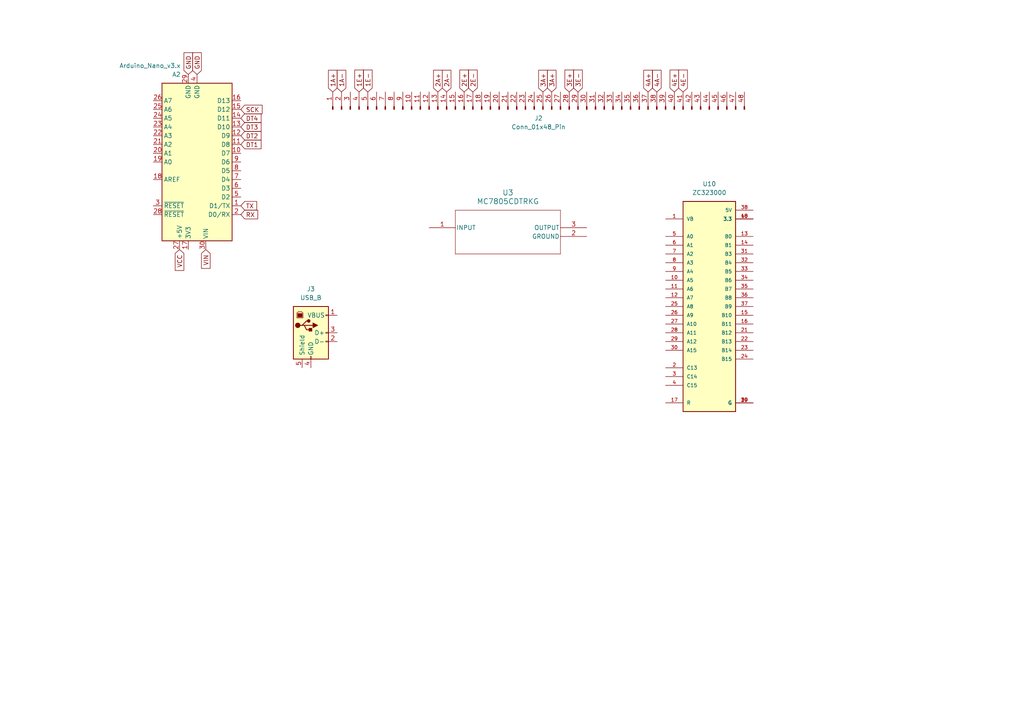
<source format=kicad_sch>
(kicad_sch (version 20231120) (generator "eeschema") (generator_version "8.0")
  (paper "A4")
  (junction (at -26.035 -73.025))
  (junction (at 448.31 -107.95))
  (junction (at 113.03 -88.265))
  (junction (at 400.685 -76.2))
  (junction (at 129.6616 -99.695))
  (junction (at 258.445 -56.515))
  (junction (at 272.415 -88.265))
  (junction (at 132.715 -106.045))
  (junction (at 417.83 -76.2))
  (junction (at 469.9 -80.6547))
  (junction (at 81.915 -64.135))
  (junction (at 267.97 -88.265))
  (junction (at 309.245 -78.7497))
  (junction (at 265.43 -46.99))
  (junction (at 433.07 -90.17))
  (junction (at -69.215 -86.995))
  (junction (at -58.42 -89.535))
  (junction (at 236.855 -71.755))
  (junction (at -67.945 -57.785))
  (junction (at -17.145 -80.0197))
  (junction (at -69.215 -75.565))
  (junction (at 132.715 -99.695))
  (junction (at -41.275 -59.055))
  (junction (at 130.175 -57.785))
  (junction (at 287.655 -99.695))
  (junction (at -31.115 -48.895))
  (junction (at 257.175 -85.725))
  (junction (at 284.6016 -99.695))
  (junction (at -89.535 -73.025))
  (junction (at 140.335 -47.625))
  (junction (at 117.475 -88.265))
  (junction (at 300.355 -71.755))
  (junction (at 445.77 -59.69))
  (junction (at 417.83 -87.63))
  (junction (at 85.09 -74.295))
  (junction (at -38.735 -100.965))
  (junction (at 428.625 -90.17))
  (junction (at 81.915 -71.755))
  (junction (at 285.115 -57.785))
  (junction (at -38.735 -107.315))
  (junction (at 287.655 -106.045))
  (junction (at 110.49 -46.99))
  (junction (at 397.51 -66.04))
  (junction (at 145.415 -71.755))
  (junction (at -89.535 -65.405))
  (junction (at 154.305 -78.7497))
  (junction (at 445.2566 -101.6))
  (junction (at 448.31 -101.6))
  (junction (at 397.51 -73.66))
  (junction (at 295.275 -47.625))
  (junction (at 461.01 -73.66))
  (junction (at 102.235 -74.295))
  (junction (at 236.855 -64.135))
  (junction (at 257.175 -74.295))
  (junction (at 419.1 -58.42))
  (junction (at 455.93 -49.53))
  (junction (at -53.975 -89.535))
  (junction (at -86.36 -75.565))
  (junction (at 426.085 -48.895))
  (junction (at 103.505 -56.515))
  (junction (at 102.235 -85.725))
  (junction (at -41.7884 -100.965))
  (junction (at -60.96 -48.26))
  (junction (at 240.03 -74.295))
  (wire (pts (xy 264.795 -56.515) (xy 258.445 -56.515)))
  (wire (pts (xy -47.625 -48.895) (xy -53.975 -48.895)))
  (wire (pts (xy 260.35 -106.68) (xy 267.97 -106.68)))
  (wire (pts (xy 114.935 -71.755) (xy 114.935 -75.565)))
  (wire (pts (xy 267.97 -106.68) (xy 267.97 -88.265)))
  (wire (pts (xy 421.005 -108.585) (xy 428.625 -108.585)))
  (wire (pts (xy -112.395 -56.515) (xy -75.565 -56.515)))
  (wire (pts (xy 469.9 -107.95) (xy 469.9 -80.6547)))
  (wire (pts (xy 142.875 -85.725) (xy 165.735 -85.725)))
  (wire (pts (xy -13.335 -79.375) (xy -13.335 -116.205)))
  (wire (pts (xy -43.815 -99.695) (xy -43.815 -100.965)))
  (wire (pts (xy 102.235 -74.295) (xy 107.315 -74.295)))
  (wire (pts (xy 270.51 -67.945) (xy 272.415 -67.945)))
  (wire (pts (xy 477.52 -74.9362) (xy 504.3005 -74.9362)))
  (wire (pts (xy -66.675 -89.535) (xy -58.42 -89.535)))
  (wire (pts (xy 145.415 -75.565) (xy 145.415 -71.755)))
  (wire (pts (xy -112.395 -73.025) (xy -89.535 -73.025)))
  (wire (pts (xy 374.65 -73.66) (xy 397.51 -73.66)))
  (wire (pts (xy 262.255 -85.725) (xy 262.255 -74.295)))
  (wire (pts (xy 145.415 -71.755) (xy 150.495 -71.755)))
  (wire (pts (xy 445.2566 -101.6) (xy 448.31 -101.6)))
  (wire (pts (xy 313.055 -78.105) (xy 343.535 -78.105)))
  (wire (pts (xy 313.055 -78.105) (xy 313.055 -114.935)))
  (wire (pts (xy -56.515 -73.025) (xy -56.515 -76.835)))
  (wire (pts (xy 463.55 -49.53) (xy 463.55 -90.17)))
  (wire (pts (xy 258.445 -70.485) (xy 272.415 -70.485)))
  (wire (pts (xy 282.575 -99.695) (xy 284.6016 -99.695)))
  (wire (pts (xy -66.675 -86.995) (xy -66.675 -89.535)))
  (wire (pts (xy 132.715 -114.935) (xy 132.715 -106.045)))
  (wire (pts (xy 260.35 -109.22) (xy 284.6016 -109.22)))
  (wire (pts (xy 161.925 -83.185) (xy 161.925 -73.0312)))
  (wire (pts (xy 448.31 -101.6) (xy 448.31 -100.33)))
  (wire (pts (xy 213.995 -64.135) (xy 224.155 -64.135)))
  (wire (pts (xy 443.23 -101.6) (xy 445.2566 -101.6)))
  (wire (pts (xy -67.945 -57.785) (xy -67.945 -71.755)))
  (wire (pts (xy 374.65 -57.15) (xy 411.48 -57.15)))
  (wire (pts (xy 59.055 -64.135) (xy 69.215 -64.135)))
  (wire (pts (xy 431.165 -69.85) (xy 433.07 -69.85)))
  (wire (pts (xy 145.415 -106.045) (xy 154.305 -106.045)))
  (wire (pts (xy 258.445 -55.245) (xy 258.445 -56.515)))
  (wire (pts (xy 142.875 -75.565) (xy 145.415 -75.565)))
  (wire (pts (xy 461.01 -107.95) (xy 469.9 -107.95)))
  (wire (pts (xy 258.445 -56.515) (xy 258.445 -70.485)))
  (wire (pts (xy 270.51 -46.99) (xy 270.51 -67.945)))
  (wire (pts (xy 115.57 -46.99) (xy 110.49 -46.99)))
  (wire (pts (xy -26.035 -76.835) (xy -26.035 -73.025)))
  (wire (pts (xy 297.815 -85.725) (xy 320.675 -85.725)))
  (wire (pts (xy -86.36 -59.055) (xy -41.275 -59.055)))
  (wire (pts (xy 400.685 -59.69) (xy 445.77 -59.69)))
  (wire (pts (xy -73.025 -75.565) (xy -69.215 -75.565)))
  (wire (pts (xy 147.955 -47.625) (xy 147.955 -88.265)))
  (wire (pts (xy 297.815 -75.565) (xy 300.355 -75.565)))
  (wire (pts (xy 117.475 -62.865) (xy 117.475 -47.625)))
  (wire (pts (xy 117.475 -88.265) (xy 147.955 -88.265)))
  (wire (pts (xy 445.2566 -101.6) (xy 445.2566 -111.125)))
  (wire (pts (xy 257.175 -76.835) (xy 257.175 -74.295)))
  (wire (pts (xy 300.355 -75.565) (xy 300.355 -71.755)))
  (wire (pts (xy 85.09 -78.7122) (xy 85.09 -74.295)))
  (wire (pts (xy 132.715 -106.045) (xy 132.715 -99.695)))
  (wire (pts (xy -55.88 -48.26) (xy -60.96 -48.26)))
  (wire (pts (xy 59.055 -55.245) (xy 95.885 -55.245)))
  (wire (pts (xy 103.505 -56.515) (xy 103.505 -70.485)))
  (wire (pts (xy -69.215 -75.565) (xy -64.135 -75.565)))
  (wire (pts (xy 419.1 -48.26) (xy 419.1 -49.53)))
  (wire (pts (xy 419.1 -57.15) (xy 419.1 -58.42)))
  (wire (pts (xy 422.91 -87.63) (xy 422.91 -76.2)))
  (wire (pts (xy 239.2976 -78.74) (xy 239.2976 -74.295)))
  (wire (pts (xy 109.855 -56.515) (xy 103.505 -56.515)))
  (wire (pts (xy -9.525 -74.3012) (xy 17.2555 -74.3012)))
  (wire (pts (xy 461.01 -73.66) (xy 461.01 -69.85)))
  (wire (pts (xy -26.035 -69.215) (xy -28.575 -69.215)))
  (wire (pts (xy 411.48 -57.15) (xy 411.48 -40.64)))
  (wire (pts (xy 425.45 -58.42) (xy 419.1 -58.42)))
  (wire (pts (xy 469.9 -80.6547) (xy 466.09 -80.6547)))
  (wire (pts (xy 316.865 -73.0312) (xy 343.6455 -73.0312)))
  (wire (pts (xy 461.01 -77.47) (xy 461.01 -73.66)))
  (wire (pts (xy -89.535 -73.025) (xy -56.515 -73.025)))
  (wire (pts (xy 107.315 -85.725) (xy 107.315 -74.295)))
  (wire (pts (xy 132.715 -99.695) (xy 132.715 -98.425)))
  (wire (pts (xy -66.04 -107.95) (xy -58.42 -107.95)))
  (wire (pts (xy 292.735 -106.045) (xy 287.655 -106.045)))
  (wire (pts (xy 265.43 -48.895) (xy 264.795 -48.895)))
  (wire (pts (xy 145.415 -67.945) (xy 142.875 -67.945)))
  (wire (pts (xy 433.07 -99.695) (xy 433.07 -92.71)))
  (wire (pts (xy 473.71 -116.84) (xy 448.31 -116.84)))
  (wire (pts (xy 259.715 -85.725) (xy 259.715 -88.265)))
  (wire (pts (xy 158.115 -78.105) (xy 188.595 -78.105)))
  (wire (pts (xy 54.61 -109.22) (xy 54.61 -97.79)))
  (wire (pts (xy 272.415 -78.105) (xy 264.795 -78.105)))
  (wire (pts (xy 250.825 -55.245) (xy 250.825 -38.735)))
  (wire (pts (xy 264.795 -78.105) (xy 264.795 -64.135)))
  (wire (pts (xy 370.205 -111.125) (xy 370.205 -99.695)))
  (wire (pts (xy -66.675 -86.995) (xy -69.215 -86.995)))
  (wire (pts (xy 131.445 -47.625) (xy 140.335 -47.625)))
  (wire (pts (xy 213.995 -71.755) (xy 236.855 -71.755)))
  (wire (pts (xy 469.9 -72.3888) (xy 504.1141 -72.3888)))
  (wire (pts (xy 165.735 -85.725) (xy 165.735 -75.5712)))
  (wire (pts (xy 284.6016 -99.695) (xy 284.6016 -109.22)))
  (wire (pts (xy 154.305 -78.7497) (xy 150.495 -78.7497)))
  (wire (pts (xy 161.925 -73.0312) (xy 188.7055 -73.0312)))
  (wire (pts (xy 400.685 -80.6172) (xy 400.685 -76.2)))
  (wire (pts (xy -13.335 -79.375) (xy 17.145 -79.375)))
  (wire (pts (xy -13.335 -116.205) (xy -38.735 -116.205)))
  (wire (pts (xy 320.675 -85.725) (xy 320.675 -75.5712)))
  (wire (pts (xy -66.04 -110.49) (xy -41.7884 -110.49)))
  (wire (pts (xy -60.96 -50.165) (xy -61.595 -50.165)))
  (wire (pts (xy 81.915 -64.135) (xy 109.855 -64.135)))
  (wire (pts (xy 300.355 -67.945) (xy 297.815 -67.945)))
  (wire (pts (xy 302.895 -47.625) (xy 302.895 -88.265)))
  (wire (pts (xy -60.96 -48.26) (xy -60.96 -50.165)))
  (wire (pts (xy 477.52 -85.09) (xy 477.52 -74.9362)))
  (wire (pts (xy 320.675 -75.5712) (xy 343.6455 -75.5712)))
  (wire (pts (xy 154.305 -106.045) (xy 154.305 -78.7497)))
  (wire (pts (xy 117.475 -85.725) (xy 107.315 -85.725)))
  (wire (pts (xy 213.995 -55.245) (xy 250.825 -55.245)))
  (wire (pts (xy 105.41 -106.68) (xy 113.03 -106.68)))
  (wire (pts (xy 240.03 -74.295) (xy 240.03 -57.785)))
  (wire (pts (xy -61.595 -79.375) (xy -61.595 -65.405)))
  (wire (pts (xy 305.435 -78.7497) (xy 305.435 -71.755)))
  (wire (pts (xy 481.33 -87.63) (xy 481.33 -77.4762)))
  (wire (pts (xy -86.36 -75.565) (xy -80.645 -75.565)))
  (wire (pts (xy -69.215 -85.725) (xy -69.215 -86.995)))
  (wire (pts (xy 158.115 -114.935) (xy 132.715 -114.935)))
  (wire (pts (xy 417.83 -76.2) (xy 422.91 -76.2)))
  (wire (pts (xy -86.36 -75.565) (xy -86.36 -59.055)))
  (wire (pts (xy -53.975 -86.995) (xy -64.135 -86.995)))
  (wire (pts (xy 109.855 -78.105) (xy 109.855 -64.135)))
  (wire (pts (xy 150.495 -78.7497) (xy 150.495 -71.755)))
  (wire (pts (xy 473.71 -80.01) (xy 473.71 -116.84)))
  (wire (pts (xy 284.6016 -99.695) (xy 287.655 -99.695)))
  (wire (pts (xy 433.07 -87.63) (xy 422.91 -87.63)))
  (wire (pts (xy 240.03 -74.295) (xy 245.745 -74.295)))
  (wire (pts (xy 447.04 -49.53) (xy 455.93 -49.53)))
  (wire (pts (xy 110.49 -46.99) (xy 110.49 -38.735)))
  (wire (pts (xy -58.42 -89.535) (xy -53.975 -89.535)))
  (wire (pts (xy 240.03 -57.785) (xy 285.115 -57.785)))
  (wire (pts (xy 287.655 -106.045) (xy 287.655 -99.695)))
  (wire (pts (xy 431.165 -48.895) (xy 431.165 -69.85)))
  (wire (pts (xy 105.41 -109.22) (xy 129.6616 -109.22)))
  (wire (pts (xy 425.45 -80.01) (xy 425.45 -66.04)))
  (wire (pts (xy -55.88 -48.26) (xy -55.88 -69.215)))
  (wire (pts (xy 417.83 -78.74) (xy 417.83 -76.2)))
  (wire (pts (xy 374.7474 -80.6172) (xy 400.685 -80.6172)))
  (wire (pts (xy 461.01 -73.66) (xy 466.09 -73.66)))
  (wire (pts (xy 165.735 -75.5712) (xy 188.7055 -75.5712)))
  (wire (pts (xy 295.275 -57.785) (xy 285.115 -57.785)))
  (wire (pts (xy 103.505 -46.355) (xy 103.505 -47.625)))
  (wire (pts (xy 455.93 -59.69) (xy 445.77 -59.69)))
  (wire (pts (xy 426.085 -50.8) (xy 425.45 -50.8)))
  (wire (pts (xy 213.995 -46.355) (xy 258.445 -46.355)))
  (wire (pts (xy 300.355 -71.755) (xy 305.435 -71.755)))
  (wire (pts (xy 158.115 -78.105) (xy 158.115 -114.935)))
  (wire (pts (xy -112.2976 -79.9822) (xy -86.36 -79.9822)))
  (wire (pts (xy 272.415 -85.725) (xy 262.255 -85.725)))
  (wire (pts (xy 439.42 -49.53) (xy 433.07 -49.53)))
  (wire (pts (xy 231.775 -64.135) (xy 236.855 -64.135)))
  (wire (pts (xy 469.9 -80.6547) (xy 469.9 -72.3888)))
  (wire (pts (xy -23.495 -48.895) (xy -23.495 -89.535)))
  (wire (pts (xy 213.995 -85.725) (xy 257.175 -85.725)))
  (wire (pts (xy 433.07 -64.77) (xy 433.07 -49.53)))
  (wire (pts (xy 140.335 -47.625) (xy 140.335 -57.785)))
  (wire (pts (xy 137.795 -106.045) (xy 132.715 -106.045)))
  (wire (pts (xy 127.635 -99.695) (xy 129.6616 -99.695)))
  (wire (pts (xy -26.035 -73.025) (xy -26.035 -69.215)))
  (wire (pts (xy 400.685 -76.2) (xy 400.685 -59.69)))
  (wire (pts (xy 448.31 -116.84) (xy 448.31 -107.95)))
  (wire (pts (xy 117.475 -97.79) (xy 117.475 -90.805)))
  (wire (pts (xy -86.36 -79.9822) (xy -86.36 -75.565)))
  (wire (pts (xy 113.03 -106.68) (xy 113.03 -88.265)))
  (wire (pts (xy -67.945 -56.515) (xy -67.945 -57.785)))
  (wire (pts (xy 397.51 -73.66) (xy 430.53 -73.66)))
  (wire (pts (xy 117.475 -97.79) (xy 54.61 -97.79)))
  (wire (pts (xy -53.975 -64.135) (xy -53.975 -48.895)))
  (wire (pts (xy -28.575 -86.995) (xy -5.715 -86.995)))
  (wire (pts (xy 481.33 -77.4762) (xy 504.3005 -77.4762)))
  (wire (pts (xy 142.875 -83.185) (xy 161.925 -83.185)))
  (wire (pts (xy 458.47 -87.63) (xy 481.33 -87.63)))
  (wire (pts (xy -56.515 -76.835) (xy -53.975 -76.835)))
  (wire (pts (xy 104.775 -88.265) (xy 113.03 -88.265)))
  (wire (pts (xy 113.03 -88.265) (xy 117.475 -88.265)))
  (wire (pts (xy 392.43 -66.04) (xy 397.51 -66.04)))
  (wire (pts (xy -17.145 -71.7538) (xy 17.0691 -71.7538)))
  (wire (pts (xy 257.175 -74.295) (xy 262.255 -74.295)))
  (wire (pts (xy 278.765 -47.625) (xy 272.415 -47.625)))
  (wire (pts (xy 297.815 -83.185) (xy 316.865 -83.185)))
  (wire (pts (xy 455.93 -49.53) (xy 455.93 -59.69)))
  (wire (pts (xy 236.855 -71.755) (xy 269.875 -71.755)))
  (wire (pts (xy 265.43 -46.99) (xy 265.43 -38.735)))
  (wire (pts (xy -53.975 -89.535) (xy -23.495 -89.535)))
  (wire (pts (xy 453.39 -107.95) (xy 448.31 -107.95)))
  (wire (pts (xy -53.975 -99.06) (xy -53.975 -92.075)))
  (wire (pts (xy 117.475 -78.105) (xy 109.855 -78.105)))
  (wire (pts (xy 140.335 -57.785) (xy 130.175 -57.785)))
  (wire (pts (xy -69.215 -78.105) (xy -69.215 -75.565)))
  (wire (pts (xy -38.735 -107.315) (xy -38.735 -100.965)))
  (wire (pts (xy -28.575 -84.455) (xy -9.525 -84.455)))
  (wire (pts (xy -67.945 -47.625) (xy -67.945 -48.895)))
  (wire (pts (xy 316.865 -83.185) (xy 316.865 -73.0312)))
  (wire (pts (xy 269.875 -71.755) (xy 269.875 -75.565)))
  (wire (pts (xy -94.615 -65.405) (xy -89.535 -65.405)))
  (wire (pts (xy 420.37 -87.63) (xy 420.37 -90.17)))
  (wire (pts (xy 102.235 -76.835) (xy 102.235 -74.295)))
  (wire (pts (xy -41.7884 -100.965) (xy -41.7884 -110.49)))
  (wire (pts (xy -17.145 -80.0197) (xy -17.145 -71.7538)))
  (wire (pts (xy -58.42 -107.95) (xy -58.42 -89.535)))
  (wire (pts (xy 430.53 -77.47) (xy 433.07 -77.47)))
  (wire (pts (xy 115.57 -67.945) (xy 117.475 -67.945)))
  (wire (pts (xy 85.09 -78.74) (xy 58.42 -78.74)))
  (wire (pts (xy 428.625 -90.17) (xy 433.07 -90.17)))
  (wire (pts (xy 253.365 -74.295) (xy 257.175 -74.295)))
  (wire (pts (xy 286.385 -47.625) (xy 295.275 -47.625)))
  (wire (pts (xy 59.055 -71.755) (xy 81.915 -71.755)))
  (wire (pts (xy 309.245 -70.4838) (xy 343.4591 -70.4838)))
  (wire (pts (xy -20.955 -80.0197) (xy -20.955 -73.025)))
  (wire (pts (xy 85.09 -57.785) (xy 130.175 -57.785)))
  (wire (pts (xy 104.775 -85.725) (xy 102.235 -85.725)))
  (wire (pts (xy 123.825 -47.625) (xy 117.475 -47.625)))
  (wire (pts (xy -64.135 -86.995) (xy -64.135 -75.565)))
  (wire (pts (xy -17.145 -107.315) (xy -17.145 -80.0197)))
  (wire (pts (xy -5.715 -76.8412) (xy 17.2555 -76.8412)))
  (wire (pts (xy 426.085 -48.895) (xy 426.085 -50.8)))
  (wire (pts (xy 417.83 -86.36) (xy 417.83 -87.63)))
  (wire (pts (xy -67.945 -71.755) (xy -53.975 -71.755)))
  (wire (pts (xy -28.575 -76.835) (xy -26.035 -76.835)))
  (wire (pts (xy -89.535 -65.405) (xy -61.595 -65.405)))
  (wire (pts (xy 300.355 -106.045) (xy 309.245 -106.045)))
  (wire (pts (xy -116.84 -110.49) (xy -116.84 -99.06)))
  (wire (pts (xy 102.235 -84.455) (xy 102.235 -85.725)))
  (wire (pts (xy -53.975 -99.06) (xy -116.84 -99.06)))
  (wire (pts (xy 250.825 -38.735) (xy 265.43 -38.735)))
  (wire (pts (xy -55.88 -69.215) (xy -53.975 -69.215)))
  (wire (pts (xy 269.875 -75.565) (xy 272.415 -75.565)))
  (wire (pts (xy 397.51 -66.04) (xy 425.45 -66.04)))
  (wire (pts (xy 85.09 -74.295) (xy 85.09 -57.785)))
  (wire (pts (xy 115.57 -46.99) (xy 115.57 -67.945)))
  (wire (pts (xy 309.245 -78.7497) (xy 309.245 -70.4838)))
  (wire (pts (xy 272.415 -97.79) (xy 209.55 -97.79)))
  (wire (pts (xy 433.07 -90.17) (xy 463.55 -90.17)))
  (wire (pts (xy 110.49 -48.895) (xy 109.855 -48.895)))
  (wire (pts (xy -31.115 -59.055) (xy -41.275 -59.055)))
  (wire (pts (xy -40.005 -48.895) (xy -31.115 -48.895)))
  (wire (pts (xy -41.7884 -100.965) (xy -38.735 -100.965)))
  (wire (pts (xy 433.07 -80.01) (xy 425.45 -80.01)))
  (wire (pts (xy 419.1 -58.42) (xy 419.1 -72.39)))
  (wire (pts (xy 287.655 -99.695) (xy 287.655 -98.425)))
  (wire (pts (xy -43.815 -100.965) (xy -41.7884 -100.965)))
  (wire (pts (xy -112.395 -65.405) (xy -102.235 -65.405)))
  (wire (pts (xy 257.175 -84.455) (xy 257.175 -85.725)))
  (wire (pts (xy 428.625 -108.585) (xy 428.625 -90.17)))
  (wire (pts (xy -38.735 -100.965) (xy -38.735 -99.695)))
  (wire (pts (xy -112.395 -86.995) (xy -69.215 -86.995)))
  (wire (pts (xy -5.715 -86.995) (xy -5.715 -76.8412)))
  (wire (pts (xy -26.035 -107.315) (xy -17.145 -107.315)))
  (wire (pts (xy -33.655 -107.315) (xy -38.735 -107.315)))
  (wire (pts (xy 145.415 -71.755) (xy 145.415 -67.945)))
  (wire (pts (xy 272.415 -62.865) (xy 272.415 -47.625)))
  (wire (pts (xy 287.655 -114.935) (xy 287.655 -106.045)))
  (wire (pts (xy 374.65 -87.63) (xy 417.83 -87.63)))
  (wire (pts (xy 76.835 -64.135) (xy 81.915 -64.135)))
  (wire (pts (xy 419.1 -72.39) (xy 433.07 -72.39)))
  (wire (pts (xy 259.715 -85.725) (xy 257.175 -85.725)))
  (wire (pts (xy 129.6616 -99.695) (xy 129.6616 -109.22)))
  (wire (pts (xy -53.975 -79.375) (xy -61.595 -79.375)))
  (wire (pts (xy 300.355 -71.755) (xy 300.355 -67.945)))
  (wire (pts (xy 461.01 -69.85) (xy 458.47 -69.85)))
  (wire (pts (xy 213.36 -78.74) (xy 239.2976 -78.74)))
  (wire (pts (xy 374.65 -48.26) (xy 419.1 -48.26)))
  (wire (pts (xy 295.275 -47.625) (xy 295.275 -57.785)))
  (wire (pts (xy 270.51 -46.99) (xy 265.43 -46.99)))
  (wire (pts (xy -38.735 -116.205) (xy -38.735 -107.315)))
  (wire (pts (xy 421.005 -111.125) (xy 445.2566 -111.125)))
  (wire (pts (xy 458.47 -85.09) (xy 477.52 -85.09)))
  (wire (pts (xy 81.915 -71.755) (xy 114.935 -71.755)))
  (wire (pts (xy 103.505 -70.485) (xy 117.475 -70.485)))
  (wire (pts (xy 313.055 -114.935) (xy 287.655 -114.935)))
  (wire (pts (xy 59.055 -46.355) (xy 103.505 -46.355)))
  (wire (pts (xy 236.855 -64.135) (xy 264.795 -64.135)))
  (wire (pts (xy 103.505 -55.245) (xy 103.505 -56.515)))
  (wire (pts (xy 85.09 -74.295) (xy 90.805 -74.295)))
  (wire (pts (xy 426.085 -48.895) (xy 426.085 -40.64)))
  (wire (pts (xy 433.07 -99.695) (xy 370.205 -99.695)))
  (wire (pts (xy 239.2976 -74.295) (xy 240.03 -74.295)))
  (wire (pts (xy 420.37 -90.17) (xy 428.625 -90.17)))
  (wire (pts (xy 267.97 -88.265) (xy 272.415 -88.265)))
  (wire (pts (xy 282.575 -98.425) (xy 282.575 -99.695)))
  (wire (pts (xy 473.71 -80.01) (xy 504.19 -80.01)))
  (wire (pts (xy 272.415 -97.79) (xy 272.415 -90.805)))
  (wire (pts (xy 265.43 -46.99) (xy 265.43 -48.895)))
  (wire (pts (xy 95.885 -55.245) (xy 95.885 -38.735)))
  (wire (pts (xy -75.565 -40.005) (xy -60.96 -40.005)))
  (wire (pts (xy 154.305 -70.4838) (xy 188.5191 -70.4838)))
  (wire (pts (xy -61.595 -57.785) (xy -67.945 -57.785)))
  (wire (pts (xy 466.09 -80.6547) (xy 466.09 -73.66)))
  (wire (pts (xy 110.49 -46.99) (xy 110.49 -48.895)))
  (wire (pts (xy 400.685 -76.2) (xy 406.4 -76.2)))
  (wire (pts (xy 374.65 -66.04) (xy 384.81 -66.04)))
  (wire (pts (xy 458.47 -77.47) (xy 461.01 -77.47)))
  (wire (pts (xy 59.055 -85.725) (xy 102.235 -85.725)))
  (wire (pts (xy 129.6616 -99.695) (xy 132.715 -99.695)))
  (wire (pts (xy 98.425 -74.295) (xy 102.235 -74.295)))
  (wire (pts (xy 114.935 -75.565) (xy 117.475 -75.565)))
  (wire (pts (xy 414.02 -76.2) (xy 417.83 -76.2)))
  (wire (pts (xy 443.23 -100.33) (xy 443.23 -101.6)))
  (wire (pts (xy 309.245 -78.7497) (xy 305.435 -78.7497)))
  (wire (pts (xy 258.445 -46.355) (xy 258.445 -47.625)))
  (wire (pts (xy -31.115 -48.895) (xy -31.115 -59.055)))
  (wire (pts (xy 154.305 -78.7497) (xy 154.305 -70.4838)))
  (wire (pts (xy 259.715 -88.265) (xy 267.97 -88.265)))
  (wire (pts (xy 127.635 -98.425) (xy 127.635 -99.695)))
  (wire (pts (xy 95.885 -38.735) (xy 110.49 -38.735)))
  (wire (pts (xy -75.565 -56.515) (xy -75.565 -40.005)))
  (wire (pts (xy 309.245 -106.045) (xy 309.245 -78.7497)))
  (wire (pts (xy 411.48 -40.64) (xy 426.085 -40.64)))
  (wire (pts (xy 431.165 -48.895) (xy 426.085 -48.895)))
  (wire (pts (xy -9.525 -84.455) (xy -9.525 -74.3012)))
  (wire (pts (xy 448.31 -107.95) (xy 448.31 -101.6)))
  (wire (pts (xy -112.395 -47.625) (xy -67.945 -47.625)))
  (wire (pts (xy 272.415 -88.265) (xy 302.895 -88.265)))
  (wire (pts (xy 420.37 -87.63) (xy 417.83 -87.63)))
  (wire (pts (xy 104.775 -85.725) (xy 104.775 -88.265)))
  (wire (pts (xy -17.145 -80.0197) (xy -20.955 -80.0197)))
  (wire (pts (xy -60.96 -48.26) (xy -60.96 -40.005)))
  (wire (pts (xy 209.55 -109.22) (xy 209.55 -97.79)))
  (wire (pts (xy 430.53 -73.66) (xy 430.53 -77.47)))
  (wire (pts (xy -26.035 -73.025) (xy -20.955 -73.025)))
  (global_label "1B+" (shape input) (at -112.395 -47.625 180) (property "Intersheetrefs" "${INTERSHEET_REFS}" (effects (hide yes))))
  (global_label "4A+" (shape input) (at 379.73 -21.59 270) (property "Intersheetrefs" "${INTERSHEET_REFS}" (effects (hide yes))))
  (global_label "4E-" (shape input) (at 198.12 26.67 90) (property "Intersheetrefs" "${INTERSHEET_REFS}" (effects (hide yes))))
  (global_label "GND" (shape input) (at 17.0691 -71.7538 0) (property "Intersheetrefs" "${INTERSHEET_REFS}" (effects (hide yes))))
  (global_label "2E-" (shape input) (at 137.16 26.67 90) (property "Intersheetrefs" "${INTERSHEET_REFS}" (effects (hide yes))))
  (global_label "4E+" (shape input) (at 358.14 -21.59 270) (property "Intersheetrefs" "${INTERSHEET_REFS}" (effects (hide yes))))
  (global_label "VCC" (shape input) (at 52.07 72.39 270) (property "Intersheetrefs" "${INTERSHEET_REFS}" (effects (hide yes))))
  (global_label "RX" (shape input) (at 69.85 62.23 0) (property "Intersheetrefs" "${INTERSHEET_REFS}" (effects (hide yes))))
  (global_label "3A-" (shape input) (at 213.995 -71.755 180) (property "Intersheetrefs" "${INTERSHEET_REFS}" (effects (hide yes))))
  (global_label "4E+" (shape input) (at 374.65 -87.63 180) (property "Intersheetrefs" "${INTERSHEET_REFS}" (effects (hide yes))))
  (global_label "4A+" (shape input) (at 187.96 26.67 90) (property "Intersheetrefs" "${INTERSHEET_REFS}" (effects (hide yes))))
  (global_label "1E+" (shape input) (at -112.395 -86.995 180) (property "Intersheetrefs" "${INTERSHEET_REFS}" (effects (hide yes))))
  (global_label "3E+" (shape input) (at 213.995 -85.725 180) (property "Intersheetrefs" "${INTERSHEET_REFS}" (effects (hide yes))))
  (global_label "3B-" (shape input) (at 252.73 -22.86 270) (property "Intersheetrefs" "${INTERSHEET_REFS}" (effects (hide yes))))
  (global_label "3E-" (shape input) (at 228.6 -22.86 270) (property "Intersheetrefs" "${INTERSHEET_REFS}" (effects (hide yes))))
  (global_label "DT1" (shape input) (at 343.6455 -75.5712 0) (property "Intersheetrefs" "${INTERSHEET_REFS}" (effects (hide yes))))
  (global_label "SCK" (shape input) (at 69.85 31.75 0) (property "Intersheetrefs" "${INTERSHEET_REFS}" (effects (hide yes))))
  (global_label "2A+" (shape input) (at 105.41 -24.13 270) (property "Intersheetrefs" "${INTERSHEET_REFS}" (effects (hide yes))))
  (global_label "4A+" (shape input) (at 374.65 -66.04 180) (property "Intersheetrefs" "${INTERSHEET_REFS}" (effects (hide yes))))
  (global_label "DT1" (shape input) (at 504.3005 -77.4762 0) (property "Intersheetrefs" "${INTERSHEET_REFS}" (effects (hide yes))))
  (global_label "2A-" (shape input) (at 129.54 26.67 90) (property "Intersheetrefs" "${INTERSHEET_REFS}" (effects (hide yes))))
  (global_label "DT2" (shape input) (at 69.85 39.37 0) (property "Intersheetrefs" "${INTERSHEET_REFS}" (effects (hide yes))))
  (global_label "GND" (shape input) (at 504.1141 -72.3888 0) (property "Intersheetrefs" "${INTERSHEET_REFS}" (effects (hide yes))))
  (global_label "4E-" (shape input) (at 364.49 -21.59 270) (property "Intersheetrefs" "${INTERSHEET_REFS}" (effects (hide yes))))
  (global_label "2A+" (shape input) (at 59.055 -64.135 180) (property "Intersheetrefs" "${INTERSHEET_REFS}" (effects (hide yes))))
  (global_label "4B-" (shape input) (at 388.62 -21.59 270) (property "Intersheetrefs" "${INTERSHEET_REFS}" (effects (hide yes))))
  (global_label "VIN" (shape input) (at 59.69 72.39 270) (property "Intersheetrefs" "${INTERSHEET_REFS}" (effects (hide yes))))
  (global_label "SCK" (shape input) (at 343.6455 -73.0312 0) (property "Intersheetrefs" "${INTERSHEET_REFS}" (effects (hide yes))))
  (global_label "3A+" (shape input) (at 160.02 26.67 90) (property "Intersheetrefs" "${INTERSHEET_REFS}" (effects (hide yes))))
  (global_label "DT3" (shape input) (at 69.85 36.83 0) (property "Intersheetrefs" "${INTERSHEET_REFS}" (effects (hide yes))))
  (global_label "1B-" (shape input) (at -112.395 -56.515 180) (property "Intersheetrefs" "${INTERSHEET_REFS}" (effects (hide yes))))
  (global_label "VCC" (shape input) (at 17.145 -79.375 0) (property "Intersheetrefs" "${INTERSHEET_REFS}" (effects (hide yes))))
  (global_label "4E-" (shape input) (at 374.7474 -80.6172 180) (property "Intersheetrefs" "${INTERSHEET_REFS}" (effects (hide yes))))
  (global_label "VCC" (shape input) (at 343.535 -78.105 0) (property "Intersheetrefs" "${INTERSHEET_REFS}" (effects (hide yes))))
  (global_label "3A+" (shape input) (at 213.995 -64.135 180) (property "Intersheetrefs" "${INTERSHEET_REFS}" (effects (hide yes))))
  (global_label "3A+" (shape input) (at 243.84 -22.86 270) (property "Intersheetrefs" "${INTERSHEET_REFS}" (effects (hide yes))))
  (global_label "4B+" (shape input) (at 374.65 -48.26 180) (property "Intersheetrefs" "${INTERSHEET_REFS}" (effects (hide yes))))
  (global_label "2E-" (shape input) (at 58.42 -78.74 180) (property "Intersheetrefs" "${INTERSHEET_REFS}" (effects (hide yes))))
  (global_label "3E-" (shape input) (at 167.64 26.67 90) (property "Intersheetrefs" "${INTERSHEET_REFS}" (effects (hide yes))))
  (global_label "2E-" (shape input) (at 90.17 -24.13 270) (property "Intersheetrefs" "${INTERSHEET_REFS}" (effects (hide yes))))
  (global_label "4A-" (shape input) (at 372.11 -21.59 270) (property "Intersheetrefs" "${INTERSHEET_REFS}" (effects (hide yes))))
  (global_label "4B+" (shape input) (at 397.51 -21.59 270) (property "Intersheetrefs" "${INTERSHEET_REFS}" (effects (hide yes))))
  (global_label "3E+" (shape input) (at 222.25 -22.86 270) (property "Intersheetrefs" "${INTERSHEET_REFS}" (effects (hide yes))))
  (global_label "2A-" (shape input) (at 97.79 -24.13 270) (property "Intersheetrefs" "${INTERSHEET_REFS}" (effects (hide yes))))
  (global_label "2B+" (shape input) (at 123.19 -24.13 270) (property "Intersheetrefs" "${INTERSHEET_REFS}" (effects (hide yes))))
  (global_label "TX" (shape input) (at 69.85 59.69 0) (property "Intersheetrefs" "${INTERSHEET_REFS}" (effects (hide yes))))
  (global_label "GND" (shape input) (at 54.61 21.59 90) (property "Intersheetrefs" "${INTERSHEET_REFS}" (effects (hide yes))))
  (global_label "1E-" (shape input) (at 106.68 26.67 90) (property "Intersheetrefs" "${INTERSHEET_REFS}" (effects (hide yes))))
  (global_label "1A+" (shape input) (at -112.395 -65.405 180) (property "Intersheetrefs" "${INTERSHEET_REFS}" (effects (hide yes))))
  (global_label "GND" (shape input) (at 57.15 21.59 90) (property "Intersheetrefs" "${INTERSHEET_REFS}" (effects (hide yes))))
  (global_label "1E+" (shape input) (at 104.14 26.67 90) (property "Intersheetrefs" "${INTERSHEET_REFS}" (effects (hide yes))))
  (global_label "SCK" (shape input) (at 188.7055 -73.0312 0) (property "Intersheetrefs" "${INTERSHEET_REFS}" (effects (hide yes))))
  (global_label "3B+" (shape input) (at 261.62 -22.86 270) (property "Intersheetrefs" "${INTERSHEET_REFS}" (effects (hide yes))))
  (global_label "1A-" (shape input) (at 99.06 26.67 90) (property "Intersheetrefs" "${INTERSHEET_REFS}" (effects (hide yes))))
  (global_label "GND" (shape input) (at 188.5191 -70.4838 0) (property "Intersheetrefs" "${INTERSHEET_REFS}" (effects (hide yes))))
  (global_label "DT1" (shape input) (at 17.2555 -76.8412 0) (property "Intersheetrefs" "${INTERSHEET_REFS}" (effects (hide yes))))
  (global_label "DT1" (shape input) (at 188.7055 -75.5712 0) (property "Intersheetrefs" "${INTERSHEET_REFS}" (effects (hide yes))))
  (global_label "GND" (shape input) (at 343.4591 -70.4838 0) (property "Intersheetrefs" "${INTERSHEET_REFS}" (effects (hide yes))))
  (global_label "1E-" (shape input) (at -112.2976 -79.9822 180) (property "Intersheetrefs" "${INTERSHEET_REFS}" (effects (hide yes))))
  (global_label "VCC" (shape input) (at 188.595 -78.105 0) (property "Intersheetrefs" "${INTERSHEET_REFS}" (effects (hide yes))))
  (global_label "3B+" (shape input) (at 213.995 -46.355 180) (property "Intersheetrefs" "${INTERSHEET_REFS}" (effects (hide yes))))
  (global_label "2B-" (shape input) (at 59.055 -55.245 180) (property "Intersheetrefs" "${INTERSHEET_REFS}" (effects (hide yes))))
  (global_label "2B-" (shape input) (at 114.3 -24.13 270) (property "Intersheetrefs" "${INTERSHEET_REFS}" (effects (hide yes))))
  (global_label "SCK" (shape input) (at 17.2555 -74.3012 0) (property "Intersheetrefs" "${INTERSHEET_REFS}" (effects (hide yes))))
  (global_label "4A-" (shape input) (at 374.65 -73.66 180) (property "Intersheetrefs" "${INTERSHEET_REFS}" (effects (hide yes))))
  (global_label "4B-" (shape input) (at 374.65 -57.15 180) (property "Intersheetrefs" "${INTERSHEET_REFS}" (effects (hide yes))))
  (global_label "3B-" (shape input) (at 213.995 -55.245 180) (property "Intersheetrefs" "${INTERSHEET_REFS}" (effects (hide yes))))
  (global_label "3A+" (shape input) (at 157.48 26.67 90) (property "Intersheetrefs" "${INTERSHEET_REFS}" (effects (hide yes))))
  (global_label "DT4" (shape input) (at 69.85 34.29 0) (property "Intersheetrefs" "${INTERSHEET_REFS}" (effects (hide yes))))
  (global_label "2A+" (shape input) (at 127 26.67 90) (property "Intersheetrefs" "${INTERSHEET_REFS}" (effects (hide yes))))
  (global_label "2E+" (shape input) (at 134.62 26.67 90) (property "Intersheetrefs" "${INTERSHEET_REFS}" (effects (hide yes))))
  (global_label "2B+" (shape input) (at 59.055 -46.355 180) (property "Intersheetrefs" "${INTERSHEET_REFS}" (effects (hide yes))))
  (global_label "VCC" (shape input) (at 504.19 -80.01 0) (property "Intersheetrefs" "${INTERSHEET_REFS}" (effects (hide yes))))
  (global_label "1A+" (shape input) (at 96.52 26.67 90) (property "Intersheetrefs" "${INTERSHEET_REFS}" (effects (hide yes))))
  (global_label "3A-" (shape input) (at 236.22 -22.86 270) (property "Intersheetrefs" "${INTERSHEET_REFS}" (effects (hide yes))))
  (global_label "3E+" (shape input) (at 165.1 26.67 90) (property "Intersheetrefs" "${INTERSHEET_REFS}" (effects (hide yes))))
  (global_label "3E-" (shape input) (at 213.36 -78.74 180) (property "Intersheetrefs" "${INTERSHEET_REFS}" (effects (hide yes))))
  (global_label "4A-" (shape input) (at 190.5 26.67 90) (property "Intersheetrefs" "${INTERSHEET_REFS}" (effects (hide yes))))
  (global_label "2E+" (shape input) (at 59.055 -85.725 180) (property "Intersheetrefs" "${INTERSHEET_REFS}" (effects (hide yes))))
  (global_label "2A-" (shape input) (at 59.055 -71.755 180) (property "Intersheetrefs" "${INTERSHEET_REFS}" (effects (hide yes))))
  (global_label "1A-" (shape input) (at -112.395 -73.025 180) (property "Intersheetrefs" "${INTERSHEET_REFS}" (effects (hide yes))))
  (global_label "4E+" (shape input) (at 195.58 26.67 90) (property "Intersheetrefs" "${INTERSHEET_REFS}" (effects (hide yes))))
  (global_label "2E+" (shape input) (at 83.82 -24.13 270) (property "Intersheetrefs" "${INTERSHEET_REFS}" (effects (hide yes))))
  (global_label "DT1" (shape input) (at 69.85 41.91 0) (property "Intersheetrefs" "${INTERSHEET_REFS}" (effects (hide yes))))
  (global_label "SCK" (shape input) (at 504.3005 -74.9362 0) (property "Intersheetrefs" "${INTERSHEET_REFS}" (effects (hide yes))))
  (symbol (lib_id "Device:C") (at -89.535 -69.215 0) (unit 1)
    (property "Reference" "C1" (at -85.725 -70.4851 0) (effects (justify left)))
    (property "Value" "C" (at -85.725 -67.9451 0) (effects (justify left)))
    (property "Footprint" "Capacitor_SMD:C_1206_3216Metric" (effects (hide yes)))
    (property "Description" "Unpolarized capacitor" (effects (hide yes)))
  )
  (symbol (lib_id "Device:C") (at 397.51 -69.85 0) (unit 1)
    (property "Reference" "C16" (at 401.32 -71.1201 0) (effects (justify left)))
    (property "Value" "C" (at 401.32 -68.5801 0) (effects (justify left)))
    (property "Footprint" "Capacitor_SMD:C_1206_3216Metric" (effects (hide yes)))
    (property "Description" "Unpolarized capacitor" (effects (hide yes)))
  )
  (symbol (lib_id "Device:C") (at 443.23 -49.53 90) (unit 1)
    (property "Reference" "C18" (at 443.23 -57.15 90))
    (property "Value" "C" (at 443.23 -54.61 90))
    (property "Footprint" "Capacitor_SMD:C_1206_3216Metric" (effects (hide yes)))
    (property "Description" "Unpolarized capacitor" (effects (hide yes)))
  )
  (symbol (lib_id "Stm32f103c8t6:ZC323000") (at 205.74 88.9 0) (unit 1)
    (property "Reference" "U10" (at 205.74 53.34 0))
    (property "Value" "ZC323000" (at 205.74 55.88 0))
    (property "Footprint" "ZC323000:MODULE_ZC323000" (effects (hide yes)))
    (property "MF" "YKS" (effects (hide yes)))
    (property "MAXIMUM_PACKAGE_HEIGHT" "N/A" (effects (hide yes)))
    (property "Package" "None" (effects (hide yes)))
    (property "Price" "None" (effects (hide yes)))
    (property "Check_prices" "https://www.snapeda.com/parts/ZC323000/YKS/view-part/?ref=eda" (effects (hide yes)))
    (property "STANDARD" "Manufacturer Recommendations" (effects (hide yes)))
    (property "PARTREV" "N/A" (effects (hide yes)))
    (property "SnapEDA_Link" "https://www.snapeda.com/parts/ZC323000/YKS/view-part/?ref=snap" (effects (hide yes)))
    (property "MP" "ZC323000" (effects (hide yes)))
    (property "Description_1" "\n                        \n                            STM32F103C8T6 ARM STM32 Minimum System Development Board Module For Arduino\n                        \n" (effects (hide yes)))
    (property "Availability" "Not in stock" (effects (hide yes)))
    (property "MANUFACTURER" "YKS" (effects (hide yes)))
  )
  (symbol (lib_id "Device:C") (at 282.575 -47.625 90) (unit 1)
    (property "Reference" "C13" (at 282.575 -55.245 90))
    (property "Value" "C" (at 282.575 -52.705 90))
    (property "Footprint" "Capacitor_SMD:C_1206_3216Metric" (effects (hide yes)))
    (property "Description" "Unpolarized capacitor" (effects (hide yes)))
  )
  (symbol (lib_id "Device:R") (at 417.83 -82.55 0) (unit 1)
    (property "Reference" "R15" (effects (hide yes)))
    (property "Value" "R1 20k" (at 420.37 -82.5501 0) (effects (justify left)))
    (property "Footprint" "Resistor_SMD:R_1206_3216Metric" (effects (hide yes)))
    (property "Description" "Resistor" (effects (hide yes)))
  )
  (symbol (lib_id "Device:C") (at 296.545 -106.045 270) (unit 1)
    (property "Reference" "C14" (at 296.545 -113.665 90))
    (property "Value" "C" (at 296.545 -111.125 90))
    (property "Footprint" "Capacitor_SMD:C_1206_3216Metric" (effects (hide yes)))
    (property "Description" "Unpolarized capacitor" (effects (hide yes)))
  )
  (symbol (lib_id "Connector:USB_B") (at 90.17 96.52 0) (unit 1)
    (property "Reference" "J3" (at 90.17 83.82 0))
    (property "Value" "USB_B" (at 90.17 86.36 0))
    (property "Footprint" "Connector_USB:USB_A_Stewart_SS-52100-001_Horizontal" (effects (hide yes)))
    (property "Description" "USB Type B connector" (effects (hide yes)))
  )
  (symbol (lib_id "Device:C") (at -27.305 -48.895 270) (unit 1)
    (property "Reference" "C3" (at -27.305 -56.515 90))
    (property "Value" "C" (at -27.305 -53.975 90))
    (property "Footprint" "Capacitor_SMD:C_1206_3216Metric" (effects (hide yes)))
    (property "Description" "Unpolarized capacitor" (effects (hide yes)))
  )
  (symbol (lib_id "Device:C") (at 81.915 -67.945 0) (unit 1)
    (property "Reference" "C6" (at 85.725 -69.2151 0) (effects (justify left)))
    (property "Value" "C" (at 85.725 -66.6751 0) (effects (justify left)))
    (property "Footprint" "Capacitor_SMD:C_1206_3216Metric" (effects (hide yes)))
    (property "Description" "Unpolarized capacitor" (effects (hide yes)))
  )
  (symbol (lib_id "S9015:MMBT5550LT1G") (at 209.55 -109.22 0) (unit 1)
    (property "Reference" "U6" (at 234.95 -119.38 0) (effects (font (size 1.524 1.524))))
    (property "Value" "MMBT5550LT1G" (at 234.95 -116.84 0) (effects (font (size 1.524 1.524))))
    (property "Footprint" "Package_TO_SOT_SMD:TSOT-23" (effects (hide yes)))
    (property "Datasheet" "MMBT5550LT1G" (effects (hide yes)))
  )
  (symbol (lib_id "Device:R") (at 94.615 -74.295 90) (unit 1)
    (property "Reference" "R6" (effects (hide yes)))
    (property "Value" "R2 8.2k" (at 94.615 -78.105 90))
    (property "Footprint" "Resistor_SMD:R_1206_3216Metric" (effects (hide yes)))
    (property "Description" "Resistor" (effects (hide yes)))
  )
  (symbol (lib_id "Device:R") (at 227.965 -64.135 90) (unit 1)
    (property "Reference" "R9" (effects (hide yes)))
    (property "Value" "R3 1.2k" (at 227.965 -67.945 90))
    (property "Footprint" "Resistor_SMD:R_1206_3216Metric" (effects (hide yes)))
    (property "Description" "Resistor" (effects (hide yes)))
  )
  (symbol (lib_id "Device:C") (at 459.74 -49.53 270) (unit 1)
    (property "Reference" "C20" (at 459.74 -57.15 90))
    (property "Value" "C" (at 459.74 -54.61 90))
    (property "Footprint" "Capacitor_SMD:C_1206_3216Metric" (effects (hide yes)))
    (property "Description" "Unpolarized capacitor" (effects (hide yes)))
  )
  (symbol (lib_id "Device:R") (at 410.21 -76.2 90) (unit 1)
    (property "Reference" "R14" (effects (hide yes)))
    (property "Value" "R2 8.2k" (at 410.21 -80.01 90))
    (property "Footprint" "Resistor_SMD:R_1206_3216Metric" (effects (hide yes)))
    (property "Description" "Resistor" (effects (hide yes)))
  )
  (symbol (lib_id "Device:R") (at -69.215 -81.915 0) (unit 1)
    (property "Reference" "R1" (effects (hide yes)))
    (property "Value" "R1 20k" (at -66.675 -81.9151 0) (effects (justify left)))
    (property "Footprint" "Resistor_SMD:R_1206_3216Metric" (effects (hide yes)))
    (property "Description" "Resistor" (effects (hide yes)))
  )
  (symbol (lib_id "Device:R") (at 102.235 -80.645 0) (unit 1)
    (property "Reference" "R7" (effects (hide yes)))
    (property "Value" "R1 20k" (at 104.775 -80.6451 0) (effects (justify left)))
    (property "Footprint" "Resistor_SMD:R_1206_3216Metric" (effects (hide yes)))
    (property "Description" "Resistor" (effects (hide yes)))
  )
  (symbol (lib_id "Device:C") (at 425.45 -54.61 0) (unit 1)
    (property "Reference" "C17" (at 429.26 -55.8801 0) (effects (justify left)))
    (property "Value" "C" (at 429.26 -53.3401 0) (effects (justify left)))
    (property "Footprint" "Capacitor_SMD:C_1206_3216Metric" (effects (hide yes)))
    (property "Description" "Unpolarized capacitor" (effects (hide yes)))
  )
  (symbol (lib_id "Device:R") (at 73.025 -64.135 90) (unit 1)
    (property "Reference" "R5" (effects (hide yes)))
    (property "Value" "R3 1.2k" (at 73.025 -67.945 90))
    (property "Footprint" "Resistor_SMD:R_1206_3216Metric" (effects (hide yes)))
    (property "Description" "Resistor" (effects (hide yes)))
  )
  (symbol (lib_id "Device:C") (at 141.605 -106.045 270) (unit 1)
    (property "Reference" "C9" (at 141.605 -113.665 90))
    (property "Value" "C" (at 141.605 -111.125 90))
    (property "Footprint" "Capacitor_SMD:C_1206_3216Metric" (effects (hide yes)))
    (property "Description" "Unpolarized capacitor" (effects (hide yes)))
  )
  (symbol (lib_id "Device:C") (at -29.845 -107.315 270) (unit 1)
    (property "Reference" "C5" (at -29.845 -114.935 90))
    (property "Value" "C" (at -29.845 -112.395 90))
    (property "Footprint" "Capacitor_SMD:C_1206_3216Metric" (effects (hide yes)))
    (property "Description" "Unpolarized capacitor" (effects (hide yes)))
  )
  (symbol (lib_id "S9015:MMBT5550LT1G") (at 370.205 -111.125 0) (unit 1)
    (property "Reference" "U8" (at 395.605 -121.285 0) (effects (font (size 1.524 1.524))))
    (property "Value" "MMBT5550LT1G" (at 395.605 -118.745 0) (effects (font (size 1.524 1.524))))
    (property "Footprint" "Package_TO_SOT_SMD:TSOT-23" (effects (hide yes)))
    (property "Datasheet" "MMBT5550LT1G" (effects (hide yes)))
  )
  (symbol (lib_id "Analog_ADC:HX711") (at 130.175 -78.105 0) (unit 1)
    (property "Reference" "U5" (at 132.3691 -57.785 0) (effects (justify left)))
    (property "Value" "HX711" (at 132.3691 -55.245 0) (effects (justify left)))
    (property "Footprint" "Package_SO:SOP-16_3.9x9.9mm_P1.27mm" (effects (hide yes)))
    (property "Datasheet" "https://web.archive.org/web/20220615044707/https://akizukidenshi.com/download/ds/avia/hx711.pdf" (effects (hide yes)))
    (property "Description" "24-Bit Analog-to-Digital Converter (ADC) for Weight Scales" (effects (hide yes)))
  )
  (symbol (lib_id "Device:C") (at 299.085 -47.625 270) (unit 1)
    (property "Reference" "C15" (at 299.085 -55.245 90))
    (property "Value" "C" (at 299.085 -52.705 90))
    (property "Footprint" "Capacitor_SMD:C_1206_3216Metric" (effects (hide yes)))
    (property "Description" "Unpolarized capacitor" (effects (hide yes)))
  )
  (symbol (lib_id "Device:C") (at 236.855 -67.945 0) (unit 1)
    (property "Reference" "C11" (at 240.665 -69.2151 0) (effects (justify left)))
    (property "Value" "C" (at 240.665 -66.6751 0) (effects (justify left)))
    (property "Footprint" "Capacitor_SMD:C_1206_3216Metric" (effects (hide yes)))
    (property "Description" "Unpolarized capacitor" (effects (hide yes)))
  )
  (symbol (lib_id "Device:C") (at 109.855 -52.705 0) (unit 1)
    (property "Reference" "C7" (at 113.665 -53.9751 0) (effects (justify left)))
    (property "Value" "C" (at 113.665 -51.4351 0) (effects (justify left)))
    (property "Footprint" "Capacitor_SMD:C_1206_3216Metric" (effects (hide yes)))
    (property "Description" "Unpolarized capacitor" (effects (hide yes)))
  )
  (symbol (lib_id "Device:C") (at 264.795 -52.705 0) (unit 1)
    (property "Reference" "C12" (at 268.605 -53.9751 0) (effects (justify left)))
    (property "Value" "C" (at 268.605 -51.4351 0) (effects (justify left)))
    (property "Footprint" "Capacitor_SMD:C_1206_3216Metric" (effects (hide yes)))
    (property "Description" "Unpolarized capacitor" (effects (hide yes)))
  )
  (symbol (lib_id "Device:R") (at 103.505 -51.435 180) (unit 1)
    (property "Reference" "R8" (effects (hide yes)))
    (property "Value" "R4 1.2k" (at 99.695 -51.435 90))
    (property "Footprint" "Resistor_SMD:R_1206_3216Metric" (effects (hide yes)))
    (property "Description" "Resistor" (effects (hide yes)))
  )
  (symbol (lib_id "S9015:MMBT5550LT1G") (at -116.84 -110.49 0) (unit 1)
    (property "Reference" "U2" (at -91.44 -120.65 0) (effects (font (size 1.524 1.524))))
    (property "Value" "MMBT5550LT1G" (at -91.44 -118.11 0) (effects (font (size 1.524 1.524))))
    (property "Footprint" "Package_TO_SOT_SMD:TSOT-23" (effects (hide yes)))
    (property "Datasheet" "MMBT5550LT1G" (effects (hide yes)))
  )
  (symbol (lib_id "S9015:MMBT5550LT1G") (at 54.61 -109.22 0) (unit 1)
    (property "Reference" "U4" (at 80.01 -119.38 0) (effects (font (size 1.524 1.524))))
    (property "Value" "MMBT5550LT1G" (at 80.01 -116.84 0) (effects (font (size 1.524 1.524))))
    (property "Footprint" "Package_TO_SOT_SMD:TSOT-23" (effects (hide yes)))
    (property "Datasheet" "MMBT5550LT1G" (effects (hide yes)))
  )
  (symbol (lib_id "Device:C") (at 144.145 -47.625 270) (unit 1)
    (property "Reference" "C10" (at 144.145 -55.245 90))
    (property "Value" "C" (at 144.145 -52.705 90))
    (property "Footprint" "Capacitor_SMD:C_1206_3216Metric" (effects (hide yes)))
    (property "Description" "Unpolarized capacitor" (effects (hide yes)))
  )
  (symbol (lib_id "Connector:Conn_01x48_Pin") (at 154.94 31.75 90) (unit 1)
    (property "Reference" "J2" (at 156.21 34.29 90))
    (property "Value" "Conn_01x48_Pin" (at 156.21 36.83 90))
    (property "Footprint" "Connector_RJ:RJ45_Amphenol_RJHSE538X-04" (effects (hide yes)))
    (property "Description" "\"Generic connector, single row, 01x48, script generated\"" (effects (hide yes)))
  )
  (symbol (lib_id "MCU_Module:Arduino_Nano_v3.x") (at 57.15 46.99 180) (unit 1)
    (property "Reference" "A2" (at 52.4159 21.59 0) (effects (justify left)))
    (property "Value" "Arduino_Nano_v3.x" (at 52.4159 19.05 0) (effects (justify left)))
    (property "Footprint" "Module:Arduino_Nano" (effects (hide yes)))
    (property "Datasheet" "http://www.mouser.com/pdfdocs/Gravitech_Arduino_Nano3_0.pdf" (effects (hide yes)))
    (property "Description" "Arduino Nano v3.x" (effects (hide yes)))
  )
  (symbol (lib_id "Device:C") (at -43.815 -48.895 90) (unit 1)
    (property "Reference" "C4" (at -43.815 -56.515 90))
    (property "Value" "C" (at -43.815 -53.975 90))
    (property "Footprint" "Capacitor_SMD:C_1206_3216Metric" (effects (hide yes)))
    (property "Description" "Unpolarized capacitor" (effects (hide yes)))
  )
  (symbol (lib_id "Device:R") (at 249.555 -74.295 90) (unit 1)
    (property "Reference" "R10" (effects (hide yes)))
    (property "Value" "R2 8.2k" (at 249.555 -78.105 90))
    (property "Footprint" "Resistor_SMD:R_1206_3216Metric" (effects (hide yes)))
    (property "Description" "Resistor" (effects (hide yes)))
  )
  (symbol (lib_id "Device:C") (at 457.2 -107.95 270) (unit 1)
    (property "Reference" "C19" (at 457.2 -115.57 90))
    (property "Value" "C" (at 457.2 -113.03 90))
    (property "Footprint" "Capacitor_SMD:C_1206_3216Metric" (effects (hide yes)))
    (property "Description" "Unpolarized capacitor" (effects (hide yes)))
  )
  (symbol (lib_id "Device:R") (at 388.62 -66.04 90) (unit 1)
    (property "Reference" "R13" (effects (hide yes)))
    (property "Value" "R3 1.2k" (at 388.62 -69.85 90))
    (property "Footprint" "Resistor_SMD:R_1206_3216Metric" (effects (hide yes)))
    (property "Description" "Resistor" (effects (hide yes)))
  )
  (symbol (lib_id "LM7805_V2:MC7805CDTRKG") (at 124.46 66.04 0) (unit 1)
    (property "Reference" "U3" (at 147.32 55.88 0) (effects (font (size 1.524 1.524))))
    (property "Value" "MC7805CDTRKG" (at 147.32 58.42 0) (effects (font (size 1.524 1.524))))
    (property "Footprint" "DPAK-3_ONS" (effects (hide yes)))
    (property "Datasheet" "MC7805CDTRKG" (effects (hide yes)))
  )
  (symbol (lib_id "Device:R") (at -76.835 -75.565 90) (unit 1)
    (property "Reference" "R2" (effects (hide yes)))
    (property "Value" "R2 8.2k" (at -76.835 -79.375 90))
    (property "Footprint" "Resistor_SMD:R_1206_3216Metric" (effects (hide yes)))
    (property "Description" "Resistor" (effects (hide yes)))
  )
  (symbol (lib_id "Device:R") (at -67.945 -52.705 180) (unit 1)
    (property "Reference" "R4" (effects (hide yes)))
    (property "Value" "R4 1.2k" (at -71.755 -52.705 90))
    (property "Footprint" "Resistor_SMD:R_1206_3216Metric" (effects (hide yes)))
    (property "Description" "Resistor" (effects (hide yes)))
  )
  (symbol (lib_id "Analog_ADC:HX711") (at -41.275 -79.375 0) (unit 1)
    (property "Reference" "U1" (at -39.0809 -59.055 0) (effects (justify left)))
    (property "Value" "HX711" (at -39.0809 -56.515 0) (effects (justify left)))
    (property "Footprint" "Package_SO:SOP-16_3.9x9.9mm_P1.27mm" (effects (hide yes)))
    (property "Datasheet" "https://web.archive.org/web/20220615044707/https://akizukidenshi.com/download/ds/avia/hx711.pdf" (effects (hide yes)))
    (property "Description" "24-Bit Analog-to-Digital Converter (ADC) for Weight Scales" (effects (hide yes)))
  )
  (symbol (lib_id "Device:C") (at -61.595 -53.975 0) (unit 1)
    (property "Reference" "C2" (at -57.785 -55.2451 0) (effects (justify left)))
    (property "Value" "C" (at -57.785 -52.7051 0) (effects (justify left)))
    (property "Footprint" "Capacitor_SMD:C_1206_3216Metric" (effects (hide yes)))
    (property "Description" "Unpolarized capacitor" (effects (hide yes)))
  )
  (symbol (lib_id "Device:R") (at 257.175 -80.645 0) (unit 1)
    (property "Reference" "R11" (effects (hide yes)))
    (property "Value" "R1 20k" (at 259.715 -80.6451 0) (effects (justify left)))
    (property "Footprint" "Resistor_SMD:R_1206_3216Metric" (effects (hide yes)))
    (property "Description" "Resistor" (effects (hide yes)))
  )
  (symbol (lib_id "Analog_ADC:HX711") (at 285.115 -78.105 0) (unit 1)
    (property "Reference" "U7" (at 287.3091 -57.785 0) (effects (justify left)))
    (property "Value" "HX711" (at 287.3091 -55.245 0) (effects (justify left)))
    (property "Footprint" "Package_SO:SOP-16_3.9x9.9mm_P1.27mm" (effects (hide yes)))
    (property "Datasheet" "https://web.archive.org/web/20220615044707/https://akizukidenshi.com/download/ds/avia/hx711.pdf" (effects (hide yes)))
    (property "Description" "24-Bit Analog-to-Digital Converter (ADC) for Weight Scales" (effects (hide yes)))
  )
  (symbol (lib_id "Device:R") (at 419.1 -53.34 180) (unit 1)
    (property "Reference" "R16" (effects (hide yes)))
    (property "Value" "R4 1.2k" (at 415.29 -53.34 90))
    (property "Footprint" "Resistor_SMD:R_1206_3216Metric" (effects (hide yes)))
    (property "Description" "Resistor" (effects (hide yes)))
  )
  (symbol (lib_id "Device:R") (at 258.445 -51.435 180) (unit 1)
    (property "Reference" "R12" (effects (hide yes)))
    (property "Value" "R4 1.2k" (at 254.635 -51.435 90))
    (property "Footprint" "Resistor_SMD:R_1206_3216Metric" (effects (hide yes)))
    (property "Description" "Resistor" (effects (hide yes)))
  )
  (symbol (lib_id "Device:R") (at -98.425 -65.405 90) (unit 1)
    (property "Reference" "R3" (effects (hide yes)))
    (property "Value" "R3 1.2k" (at -98.425 -69.215 90))
    (property "Footprint" "Resistor_SMD:R_1206_3216Metric" (effects (hide yes)))
    (property "Description" "Resistor" (effects (hide yes)))
  )
  (symbol (lib_id "Device:C") (at 127.635 -47.625 90) (unit 1)
    (property "Reference" "C8" (at 127.635 -55.245 90))
    (property "Value" "C" (at 127.635 -52.705 90))
    (property "Footprint" "Capacitor_SMD:C_1206_3216Metric" (effects (hide yes)))
    (property "Description" "Unpolarized capacitor" (effects (hide yes)))
  )
  (symbol (lib_id "Analog_ADC:HX711") (at 445.77 -80.01 0) (unit 1)
    (property "Reference" "U9" (at 447.9641 -59.69 0) (effects (justify left)))
    (property "Value" "HX711" (at 447.9641 -57.15 0) (effects (justify left)))
    (property "Footprint" "Package_SO:SOP-16_3.9x9.9mm_P1.27mm" (effects (hide yes)))
    (property "Datasheet" "https://web.archive.org/web/20220615044707/https://akizukidenshi.com/download/ds/avia/hx711.pdf" (effects (hide yes)))
    (property "Description" "24-Bit Analog-to-Digital Converter (ADC) for Weight Scales" (effects (hide yes)))
  )
)
</source>
